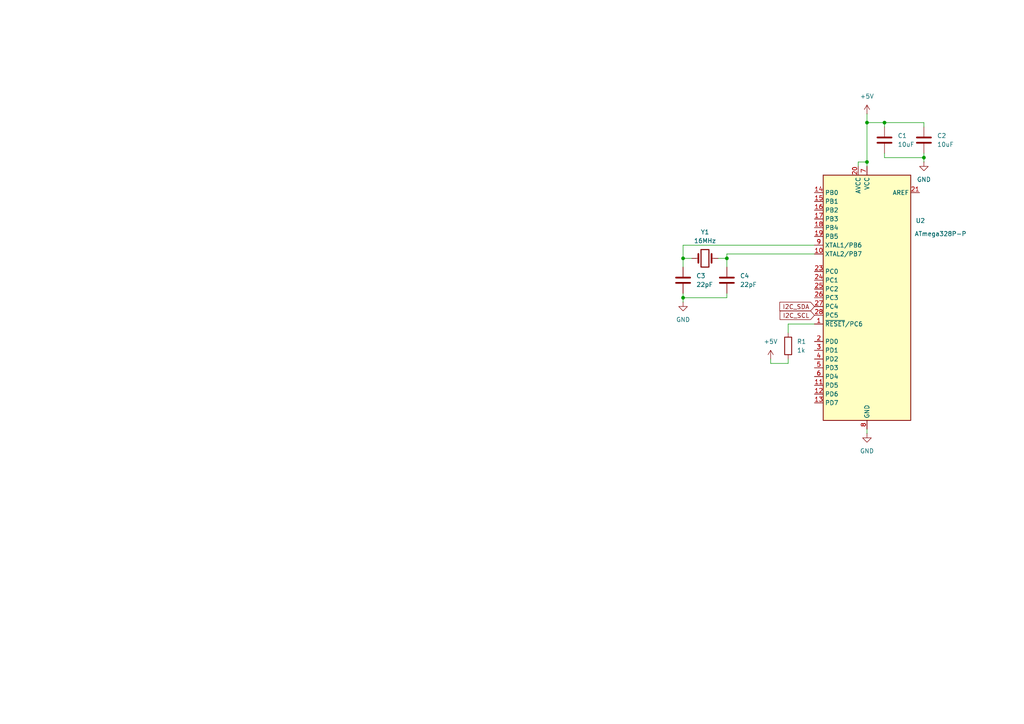
<source format=kicad_sch>
(kicad_sch (version 20231120) (generator "eeschema") (generator_version "8.0")
  (paper "A4")
  (lib_symbols
    (symbol "Device:C" (pin_numbers hide) (pin_names (offset 0.254))
      (property "Reference" "C" (at 0.635 2.54 0))
      (property "Value" "C" (at 0.635 -2.54 0))
      (symbol "C_0_1"
        (polyline (pts (xy -2.032 -0.762) (xy 2.032 -0.762)) (stroke (width 0.508)))
        (polyline (pts (xy -2.032 0.762) (xy 2.032 0.762)) (stroke (width 0.508)))
      )
      (symbol "C_1_1"
        (pin passive line (at 0 3.81 270) (length 2.794) (name "~") (number "1"))
        (pin passive line (at 0 -3.81 90) (length 2.794) (name "~") (number "2"))
      )
    )
    (symbol "Device:Crystal" (pin_numbers hide) (pin_names (offset 1.016) hide)
      (property "Reference" "Y" (at 0 3.81 0))
      (property "Value" "Crystal" (at 0 -3.81 0))
      (symbol "Crystal_0_1"
        (rectangle (start -1.143 2.54) (end 1.143 -2.54) (stroke (width 0.3048)))
        (polyline (pts (xy -2.54 0) (xy -1.905 0)))
        (polyline (pts (xy -1.905 -1.27) (xy -1.905 1.27)) (stroke (width 0.508)))
        (polyline (pts (xy 1.905 -1.27) (xy 1.905 1.27)) (stroke (width 0.508)))
        (polyline (pts (xy 2.54 0) (xy 1.905 0)))
      )
      (symbol "Crystal_1_1"
        (pin passive line (at -3.81 0 0) (length 1.27) (name "1") (number "1"))
        (pin passive line (at 3.81 0 180) (length 1.27) (name "2") (number "2"))
      )
    )
    (symbol "Device:R" (pin_numbers hide) (pin_names (offset 0))
      (property "Reference" "R" (at 2.032 0 90))
      (property "Value" "R" (at 0 0 90))
      (symbol "R_0_1"
        (rectangle (start -1.016 -2.54) (end 1.016 2.54) (stroke (width 0.254)))
      )
      (symbol "R_1_1"
        (pin passive line (at 0 3.81 270) (length 1.27) (name "~") (number "1"))
        (pin passive line (at 0 -3.81 90) (length 1.27) (name "~") (number "2"))
      )
    )
    (symbol "MCU_Microchip_ATmega:ATmega328P-P"
      (property "Reference" "U" (at -12.7 36.83 0))
      (property "Value" "ATmega328P-P" (at 2.54 -36.83 0))
      (symbol "ATmega328P-P_0_1"
        (rectangle (start -12.7 -35.56) (end 12.7 35.56) (stroke (width 0.254)) (fill (type background)))
      )
      (symbol "ATmega328P-P_1_1"
        (pin bidirectional line (at 15.24 -7.62 180) (length 2.54) (name "~{RESET}/PC6") (number "1"))
        (pin bidirectional line (at 15.24 12.7 180) (length 2.54) (name "XTAL2/PB7") (number "10"))
        (pin bidirectional line (at 15.24 -25.4 180) (length 2.54) (name "PD5") (number "11"))
        (pin bidirectional line (at 15.24 -27.94 180) (length 2.54) (name "PD6") (number "12"))
        (pin bidirectional line (at 15.24 -30.48 180) (length 2.54) (name "PD7") (number "13"))
        (pin bidirectional line (at 15.24 30.48 180) (length 2.54) (name "PB0") (number "14"))
        (pin bidirectional line (at 15.24 27.94 180) (length 2.54) (name "PB1") (number "15"))
        (pin bidirectional line (at 15.24 25.4 180) (length 2.54) (name "PB2") (number "16"))
        (pin bidirectional line (at 15.24 22.86 180) (length 2.54) (name "PB3") (number "17"))
        (pin bidirectional line (at 15.24 20.32 180) (length 2.54) (name "PB4") (number "18"))
        (pin bidirectional line (at 15.24 17.78 180) (length 2.54) (name "PB5") (number "19"))
        (pin bidirectional line (at 15.24 -12.7 180) (length 2.54) (name "PD0") (number "2"))
        (pin power_in line (at 2.54 38.1 270) (length 2.54) (name "AVCC") (number "20"))
        (pin passive line (at -15.24 30.48 0) (length 2.54) (name "AREF") (number "21"))
        (pin passive line (at 0 -38.1 90) (length 2.54) hide (name "GND") (number "22"))
        (pin bidirectional line (at 15.24 7.62 180) (length 2.54) (name "PC0") (number "23"))
        (pin bidirectional line (at 15.24 5.08 180) (length 2.54) (name "PC1") (number "24"))
        (pin bidirectional line (at 15.24 2.54 180) (length 2.54) (name "PC2") (number "25"))
        (pin bidirectional line (at 15.24 0 180) (length 2.54) (name "PC3") (number "26"))
        (pin bidirectional line (at 15.24 -2.54 180) (length 2.54) (name "PC4") (number "27"))
        (pin bidirectional line (at 15.24 -5.08 180) (length 2.54) (name "PC5") (number "28"))
        (pin bidirectional line (at 15.24 -15.24 180) (length 2.54) (name "PD1") (number "3"))
        (pin bidirectional line (at 15.24 -17.78 180) (length 2.54) (name "PD2") (number "4"))
        (pin bidirectional line (at 15.24 -20.32 180) (length 2.54) (name "PD3") (number "5"))
        (pin bidirectional line (at 15.24 -22.86 180) (length 2.54) (name "PD4") (number "6"))
        (pin power_in line (at 0 38.1 270) (length 2.54) (name "VCC") (number "7"))
        (pin power_in line (at 0 -38.1 90) (length 2.54) (name "GND") (number "8"))
        (pin bidirectional line (at 15.24 15.24 180) (length 2.54) (name "XTAL1/PB6") (number "9"))
      )
    )
    (symbol "power:+5V" (power) (pin_numbers hide) (pin_names (offset 0) hide)
      (property "Value" "+5V" (at 0 3.556 0))
      (symbol "+5V_0_1"
        (polyline (pts (xy -0.762 1.27) (xy 0 2.54)))
        (polyline (pts (xy 0 0) (xy 0 2.54)))
        (polyline (pts (xy 0 2.54) (xy 0.762 1.27)))
      )
      (symbol "+5V_1_1"
        (pin power_in line (at 0 0 90) (length 0) (name "~") (number "1"))
      )
    )
    (symbol "power:GND" (power) (pin_numbers hide) (pin_names (offset 0) hide)
      (property "Value" "GND" (at 0 -3.81 0))
      (symbol "GND_0_1"
        (polyline (pts (xy 0 0) (xy 0 -1.27) (xy 1.27 -1.27) (xy 0 -2.54) (xy -1.27 -1.27) (xy 0 -1.27)))
      )
      (symbol "GND_1_1"
        (pin power_in line (at 0 0 270) (length 0) (name "~") (number "1"))
      )
    )
  )
  (junction (at 251.46 46.99))
  (junction (at 256.54 35.56))
  (junction (at 198.12 86.36))
  (junction (at 198.12 74.93))
  (junction (at 210.82 74.93))
  (junction (at 267.97 45.72))
  (junction (at 251.46 35.56))
  (wire (pts (xy 198.12 86.36) (xy 210.82 86.36)))
  (wire (pts (xy 256.54 45.72) (xy 267.97 45.72)))
  (wire (pts (xy 267.97 35.56) (xy 256.54 35.56)))
  (wire (pts (xy 236.22 73.66) (xy 210.82 73.66)))
  (wire (pts (xy 198.12 74.93) (xy 198.12 77.47)))
  (wire (pts (xy 248.92 48.26) (xy 248.92 46.99)))
  (wire (pts (xy 267.97 46.99) (xy 267.97 45.72)))
  (wire (pts (xy 210.82 85.09) (xy 210.82 86.36)))
  (wire (pts (xy 251.46 33.02) (xy 251.46 35.56)))
  (wire (pts (xy 251.46 35.56) (xy 256.54 35.56)))
  (wire (pts (xy 251.46 124.46) (xy 251.46 125.73)))
  (wire (pts (xy 198.12 85.09) (xy 198.12 86.36)))
  (wire (pts (xy 198.12 71.12) (xy 198.12 74.93)))
  (wire (pts (xy 256.54 35.56) (xy 256.54 36.83)))
  (wire (pts (xy 248.92 46.99) (xy 251.46 46.99)))
  (wire (pts (xy 200.66 74.93) (xy 198.12 74.93)))
  (wire (pts (xy 223.52 105.41) (xy 228.6 105.41)))
  (wire (pts (xy 251.46 46.99) (xy 251.46 48.26)))
  (wire (pts (xy 251.46 35.56) (xy 251.46 46.99)))
  (wire (pts (xy 228.6 105.41) (xy 228.6 104.14)))
  (wire (pts (xy 267.97 44.45) (xy 267.97 45.72)))
  (wire (pts (xy 210.82 73.66) (xy 210.82 74.93)))
  (wire (pts (xy 256.54 44.45) (xy 256.54 45.72)))
  (wire (pts (xy 267.97 36.83) (xy 267.97 35.56)))
  (wire (pts (xy 208.28 74.93) (xy 210.82 74.93)))
  (wire (pts (xy 198.12 86.36) (xy 198.12 87.63)))
  (wire (pts (xy 223.52 104.14) (xy 223.52 105.41)))
  (wire (pts (xy 236.22 93.98) (xy 228.6 93.98)))
  (wire (pts (xy 228.6 93.98) (xy 228.6 96.52)))
  (wire (pts (xy 236.22 71.12) (xy 198.12 71.12)))
  (wire (pts (xy 210.82 74.93) (xy 210.82 77.47)))
  (global_label "I2C_SCL" (shape input) (at 236.22 91.44 180) (property "Intersheetrefs" "${INTERSHEET_REFS}" (effects (hide yes))))
  (global_label "I2C_SDA" (shape input) (at 236.22 88.9 180) (property "Intersheetrefs" "${INTERSHEET_REFS}" (effects (hide yes))))
  (symbol (lib_id "power:+5V") (at 251.46 33.02 0) (unit 1)
    (property "Reference" "#PWR01" (effects (hide yes)))
    (property "Value" "+5V" (at 251.46 27.94 0))
    (property "Description" "Power symbol creates a global label with name \"+5V\"" (effects (hide yes)))
  )
  (symbol (lib_id "Device:C") (at 256.54 40.64 0) (unit 1)
    (property "Reference" "C1" (at 260.35 39.3699 0) (effects (justify left)))
    (property "Value" "10uF" (at 260.35 41.9099 0) (effects (justify left)))
    (property "Description" "Unpolarized capacitor" (effects (hide yes)))
  )
  (symbol (lib_id "Device:R") (at 228.6 100.33 0) (unit 1)
    (property "Reference" "R1" (at 231.14 99.0599 0) (effects (justify left)))
    (property "Value" "1k" (at 231.14 101.5999 0) (effects (justify left)))
    (property "Description" "Resistor" (effects (hide yes)))
  )
  (symbol (lib_id "Device:C") (at 210.82 81.28 0) (unit 1)
    (property "Reference" "C4" (at 214.63 80.0099 0) (effects (justify left)))
    (property "Value" "22pF" (at 214.63 82.5499 0) (effects (justify left)))
    (property "Description" "Unpolarized capacitor" (effects (hide yes)))
  )
  (symbol (lib_id "power:GND") (at 251.46 125.73 0) (unit 1)
    (property "Reference" "#PWR04" (effects (hide yes)))
    (property "Value" "GND" (at 251.46 130.81 0))
    (property "Description" "Power symbol creates a global label with name \"GND\" , ground" (effects (hide yes)))
  )
  (symbol (lib_id "power:GND") (at 198.12 87.63 0) (unit 1)
    (property "Reference" "#PWR03" (effects (hide yes)))
    (property "Value" "GND" (at 198.12 92.71 0))
    (property "Description" "Power symbol creates a global label with name \"GND\" , ground" (effects (hide yes)))
  )
  (symbol (lib_id "power:+5V") (at 223.52 104.14 0) (unit 1)
    (property "Reference" "#PWR05" (effects (hide yes)))
    (property "Value" "+5V" (at 223.52 99.06 0))
    (property "Description" "Power symbol creates a global label with name \"+5V\"" (effects (hide yes)))
  )
  (symbol (lib_id "Device:Crystal") (at 204.47 74.93 0) (unit 1)
    (property "Reference" "Y1" (at 204.47 67.31 0))
    (property "Value" "16MHz" (at 204.47 69.85 0))
    (property "Description" "Two pin crystal" (effects (hide yes)))
  )
  (symbol (lib_id "MCU_Microchip_ATmega:ATmega328P-P") (at 251.46 86.36 0) (mirror y) (unit 1)
    (property "Reference" "U2" (at 266.954 64.008 0))
    (property "Value" "ATmega328P-P" (at 272.796 67.818 0))
    (property "Footprint" "Package_DIP:DIP-28_W7.62mm" (effects (hide yes)))
    (property "Datasheet" "http://ww1.microchip.com/downloads/en/DeviceDoc/ATmega328_P%20AVR%20MCU%20with%20picoPower%20Technology%20Data%20Sheet%2040001984A.pdf" (effects (hide yes)))
    (property "Description" "20MHz, 32kB Flash, 2kB SRAM, 1kB EEPROM, DIP-28" (effects (hide yes)))
  )
  (symbol (lib_id "Device:C") (at 267.97 40.64 0) (unit 1)
    (property "Reference" "C2" (at 271.78 39.3699 0) (effects (justify left)))
    (property "Value" "10uF" (at 271.78 41.9099 0) (effects (justify left)))
    (property "Description" "Unpolarized capacitor" (effects (hide yes)))
  )
  (symbol (lib_id "power:GND") (at 267.97 46.99 0) (unit 1)
    (property "Reference" "#PWR02" (effects (hide yes)))
    (property "Value" "GND" (at 267.97 52.07 0))
    (property "Description" "Power symbol creates a global label with name \"GND\" , ground" (effects (hide yes)))
  )
  (symbol (lib_id "Device:C") (at 198.12 81.28 0) (unit 1)
    (property "Reference" "C3" (at 201.93 80.0099 0) (effects (justify left)))
    (property "Value" "22pF" (at 201.93 82.5499 0) (effects (justify left)))
    (property "Description" "Unpolarized capacitor" (effects (hide yes)))
  )
)
</source>
